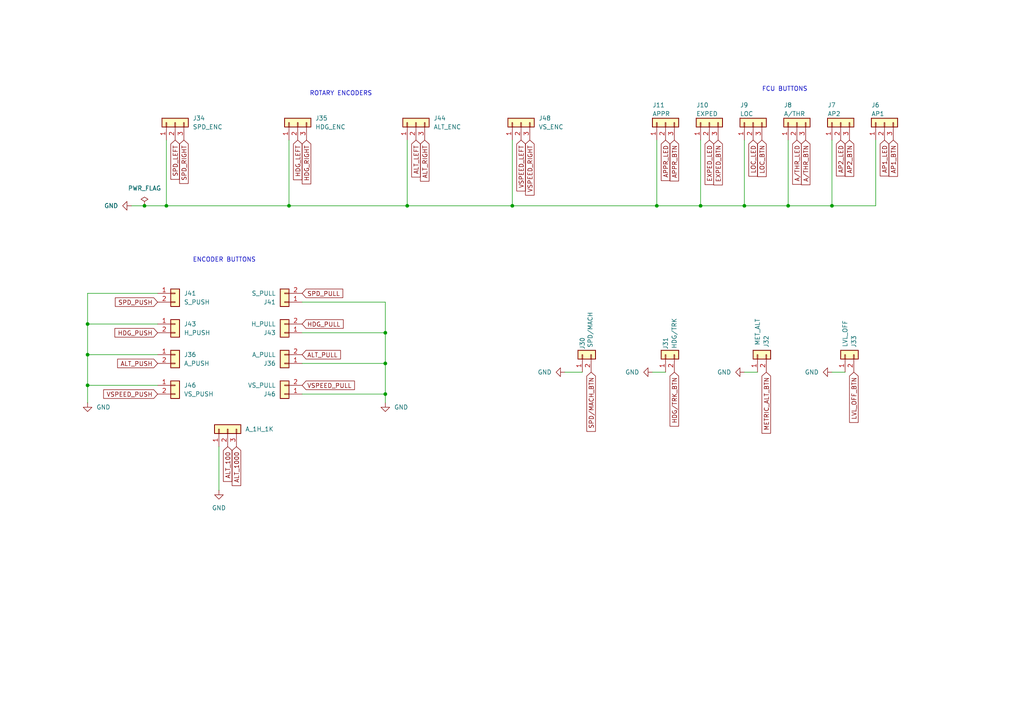
<source format=kicad_sch>
(kicad_sch (version 20231120) (generator "eeschema") (generator_version "8.0")
  (paper "A4")
  (title_block (title "FCU Mainboard schematics") (date "2024-03-05") (rev "1.0"))
  (lib_symbols
    (symbol "Connector_Generic:Conn_01x02" (pin_names (offset 1.016) hide)
      (property "Reference" "J" (at 0 2.54 0))
      (property "Value" "Conn_01x02" (at 0 -5.08 0))
      (symbol "Conn_01x02_1_1"
        (rectangle (start -1.27 -2.413) (end 0 -2.667) (stroke (width 0.1524)))
        (rectangle (start -1.27 0.127) (end 0 -0.127) (stroke (width 0.1524)))
        (rectangle (start -1.27 1.27) (end 1.27 -3.81) (stroke (width 0.254)) (fill (type background)))
        (pin passive line (at -5.08 0 0) (length 3.81) (name "Pin_1") (number "1"))
        (pin passive line (at -5.08 -2.54 0) (length 3.81) (name "Pin_2") (number "2"))
      )
    )
    (symbol "Connector_Generic:Conn_01x03" (pin_names (offset 1.016) hide)
      (property "Reference" "J" (at 0 5.08 0))
      (property "Value" "Conn_01x03" (at 0 -5.08 0))
      (symbol "Conn_01x03_1_1"
        (rectangle (start -1.27 -2.413) (end 0 -2.667) (stroke (width 0.1524)))
        (rectangle (start -1.27 0.127) (end 0 -0.127) (stroke (width 0.1524)))
        (rectangle (start -1.27 2.667) (end 0 2.413) (stroke (width 0.1524)))
        (rectangle (start -1.27 3.81) (end 1.27 -3.81) (stroke (width 0.254)) (fill (type background)))
        (pin passive line (at -5.08 2.54 0) (length 3.81) (name "Pin_1") (number "1"))
        (pin passive line (at -5.08 0 0) (length 3.81) (name "Pin_2") (number "2"))
        (pin passive line (at -5.08 -2.54 0) (length 3.81) (name "Pin_3") (number "3"))
      )
    )
    (symbol "power:GND" (power) (pin_numbers hide) (pin_names (offset 0) hide)
      (property "Value" "GND" (at 0 -3.81 0))
      (symbol "GND_0_1"
        (polyline (pts (xy 0 0) (xy 0 -1.27) (xy 1.27 -1.27) (xy 0 -2.54) (xy -1.27 -1.27) (xy 0 -1.27)))
      )
      (symbol "GND_1_1"
        (pin power_in line (at 0 0 270) (length 0) (name "~") (number "1"))
      )
    )
    (symbol "power:PWR_FLAG" (power) (pin_numbers hide) (pin_names (offset 0) hide)
      (property "Value" "PWR_FLAG" (at 0 3.81 0))
      (symbol "PWR_FLAG_0_0"
        (pin power_out line (at 0 0 90) (length 0) (name "~") (number "1"))
      )
      (symbol "PWR_FLAG_0_1"
        (polyline (pts (xy 0 0) (xy 0 1.27) (xy -1.016 1.905) (xy 0 2.54) (xy 1.016 1.905) (xy 0 1.27)))
      )
    )
  )
  (junction (at 228.6 59.69))
  (junction (at 83.82 59.69))
  (junction (at 111.76 114.3))
  (junction (at 41.91 59.69))
  (junction (at 190.5 59.69))
  (junction (at 241.3 59.69))
  (junction (at 215.9 59.69))
  (junction (at 25.4 111.76))
  (junction (at 111.76 96.52))
  (junction (at 118.11 59.69))
  (junction (at 25.4 102.87))
  (junction (at 111.76 105.41))
  (junction (at 48.26 59.69))
  (junction (at 203.2 59.69))
  (junction (at 148.59 59.69))
  (junction (at 25.4 93.98))
  (wire (pts (xy 87.63 114.3) (xy 111.76 114.3)))
  (wire (pts (xy 163.83 107.95) (xy 168.91 107.95)))
  (wire (pts (xy 83.82 59.69) (xy 118.11 59.69)))
  (wire (pts (xy 215.9 59.69) (xy 228.6 59.69)))
  (wire (pts (xy 148.59 40.64) (xy 148.59 59.69)))
  (wire (pts (xy 25.4 102.87) (xy 45.72 102.87)))
  (wire (pts (xy 228.6 40.64) (xy 228.6 59.69)))
  (wire (pts (xy 215.9 40.64) (xy 215.9 59.69)))
  (wire (pts (xy 111.76 96.52) (xy 111.76 105.41)))
  (wire (pts (xy 87.63 96.52) (xy 111.76 96.52)))
  (wire (pts (xy 45.72 85.09) (xy 25.4 85.09)))
  (wire (pts (xy 38.1 59.69) (xy 41.91 59.69)))
  (wire (pts (xy 111.76 87.63) (xy 111.76 96.52)))
  (wire (pts (xy 25.4 111.76) (xy 45.72 111.76)))
  (wire (pts (xy 83.82 40.64) (xy 83.82 59.69)))
  (wire (pts (xy 63.5 142.24) (xy 63.5 129.54)))
  (wire (pts (xy 25.4 111.76) (xy 25.4 116.84)))
  (wire (pts (xy 190.5 40.64) (xy 190.5 59.69)))
  (wire (pts (xy 215.9 107.95) (xy 219.71 107.95)))
  (wire (pts (xy 118.11 59.69) (xy 148.59 59.69)))
  (wire (pts (xy 25.4 93.98) (xy 45.72 93.98)))
  (wire (pts (xy 87.63 87.63) (xy 111.76 87.63)))
  (wire (pts (xy 241.3 40.64) (xy 241.3 59.69)))
  (wire (pts (xy 25.4 102.87) (xy 25.4 111.76)))
  (wire (pts (xy 48.26 59.69) (xy 83.82 59.69)))
  (wire (pts (xy 25.4 93.98) (xy 25.4 102.87)))
  (wire (pts (xy 189.23 107.95) (xy 193.04 107.95)))
  (wire (pts (xy 241.3 59.69) (xy 254 59.69)))
  (wire (pts (xy 203.2 59.69) (xy 215.9 59.69)))
  (wire (pts (xy 118.11 40.64) (xy 118.11 59.69)))
  (wire (pts (xy 241.3 107.95) (xy 245.11 107.95)))
  (wire (pts (xy 190.5 59.69) (xy 203.2 59.69)))
  (wire (pts (xy 87.63 105.41) (xy 111.76 105.41)))
  (wire (pts (xy 203.2 40.64) (xy 203.2 59.69)))
  (wire (pts (xy 25.4 85.09) (xy 25.4 93.98)))
  (wire (pts (xy 41.91 59.69) (xy 48.26 59.69)))
  (wire (pts (xy 254 40.64) (xy 254 59.69)))
  (wire (pts (xy 111.76 105.41) (xy 111.76 114.3)))
  (wire (pts (xy 48.26 40.64) (xy 48.26 59.69)))
  (wire (pts (xy 111.76 114.3) (xy 111.76 116.84)))
  (wire (pts (xy 228.6 59.69) (xy 241.3 59.69)))
  (wire (pts (xy 148.59 59.69) (xy 190.5 59.69)))
  (text "ROTARY ENCODERS" (at 107.95 27.94 0) (effects (font (size 1.27 1.27)) (justify right bottom)))
  (text "ENCODER BUTTONS" (at 55.88 76.2 0) (effects (font (size 1.27 1.27)) (justify left bottom)))
  (text "FCU BUTTONS" (at 220.98 26.67 0) (effects (font (size 1.27 1.27)) (justify left bottom)))
  (global_label "ALT_PULL" (shape input) (at 87.63 102.87 0) (property "Intersheetrefs" "${INTERSHEET_REFS}" (effects (hide yes))))
  (global_label "VSPEED_LEFT" (shape input) (at 151.13 40.64 270) (property "Intersheetrefs" "${INTERSHEET_REFS}" (effects (hide yes))))
  (global_label "ALT_PUSH" (shape input) (at 45.72 105.41 180) (property "Intersheetrefs" "${INTERSHEET_REFS}" (effects (hide yes))))
  (global_label "AP2_BTN" (shape input) (at 246.38 40.64 270) (property "Intersheetrefs" "${INTERSHEET_REFS}" (effects (hide yes))))
  (global_label "SPD_RIGHT" (shape input) (at 53.34 40.64 270) (property "Intersheetrefs" "${INTERSHEET_REFS}" (effects (hide yes))))
  (global_label "ALT_LEFT" (shape input) (at 120.65 40.64 270) (property "Intersheetrefs" "${INTERSHEET_REFS}" (effects (hide yes))))
  (global_label "EXPED_BTN" (shape input) (at 208.28 40.64 270) (property "Intersheetrefs" "${INTERSHEET_REFS}" (effects (hide yes))))
  (global_label "LOC_BTN" (shape input) (at 220.98 40.64 270) (property "Intersheetrefs" "${INTERSHEET_REFS}" (effects (hide yes))))
  (global_label "APPR_BTN" (shape input) (at 195.58 40.64 270) (property "Intersheetrefs" "${INTERSHEET_REFS}" (effects (hide yes))))
  (global_label "A{slash}THR_BTN" (shape input) (at 233.68 40.64 270) (property "Intersheetrefs" "${INTERSHEET_REFS}" (effects (hide yes))))
  (global_label "AP2_LED" (shape input) (at 243.84 40.64 270) (property "Intersheetrefs" "${INTERSHEET_REFS}" (effects (hide yes))))
  (global_label "HDG{slash}TRK_BTN" (shape input) (at 195.58 107.95 270) (property "Intersheetrefs" "${INTERSHEET_REFS}" (effects (hide yes))))
  (global_label "ALT_100" (shape input) (at 66.04 129.54 270) (property "Intersheetrefs" "${INTERSHEET_REFS}" (effects (hide yes))))
  (global_label "VSPEED_RIGHT" (shape input) (at 153.67 40.64 270) (property "Intersheetrefs" "${INTERSHEET_REFS}" (effects (hide yes))))
  (global_label "ALT_RIGHT" (shape input) (at 123.19 40.64 270) (property "Intersheetrefs" "${INTERSHEET_REFS}" (effects (hide yes))))
  (global_label "APPR_LED" (shape input) (at 193.04 40.64 270) (property "Intersheetrefs" "${INTERSHEET_REFS}" (effects (hide yes))))
  (global_label "SPD_LEFT" (shape input) (at 50.8 40.64 270) (property "Intersheetrefs" "${INTERSHEET_REFS}" (effects (hide yes))))
  (global_label "ALT_1000" (shape input) (at 68.58 129.54 270) (property "Intersheetrefs" "${INTERSHEET_REFS}" (effects (hide yes))))
  (global_label "LOC_LED" (shape input) (at 218.44 40.64 270) (property "Intersheetrefs" "${INTERSHEET_REFS}" (effects (hide yes))))
  (global_label "HDG_LEFT" (shape input) (at 86.36 40.64 270) (property "Intersheetrefs" "${INTERSHEET_REFS}" (effects (hide yes))))
  (global_label "SPD_PULL" (shape input) (at 87.63 85.09 0) (property "Intersheetrefs" "${INTERSHEET_REFS}" (effects (hide yes))))
  (global_label "EXPED_LED" (shape input) (at 205.74 40.64 270) (property "Intersheetrefs" "${INTERSHEET_REFS}" (effects (hide yes))))
  (global_label "SPD_PUSH" (shape input) (at 45.72 87.63 180) (property "Intersheetrefs" "${INTERSHEET_REFS}" (effects (hide yes))))
  (global_label "HDG_PUSH" (shape input) (at 45.72 96.52 180) (property "Intersheetrefs" "${INTERSHEET_REFS}" (effects (hide yes))))
  (global_label "HDG_PULL" (shape input) (at 87.63 93.98 0) (property "Intersheetrefs" "${INTERSHEET_REFS}" (effects (hide yes))))
  (global_label "A{slash}THR_LED" (shape input) (at 231.14 40.64 270) (property "Intersheetrefs" "${INTERSHEET_REFS}" (effects (hide yes))))
  (global_label "VSPEED_PULL" (shape input) (at 87.63 111.76 0) (property "Intersheetrefs" "${INTERSHEET_REFS}" (effects (hide yes))))
  (global_label "SPD{slash}MACH_BTN" (shape input) (at 171.45 107.95 270) (property "Intersheetrefs" "${INTERSHEET_REFS}" (effects (hide yes))))
  (global_label "LVL_OFF_BTN" (shape input) (at 247.65 107.95 270) (property "Intersheetrefs" "${INTERSHEET_REFS}" (effects (hide yes))))
  (global_label "METRIC_ALT_BTN" (shape input) (at 222.25 107.95 270) (property "Intersheetrefs" "${INTERSHEET_REFS}" (effects (hide yes))))
  (global_label "VSPEED_PUSH" (shape input) (at 45.72 114.3 180) (property "Intersheetrefs" "${INTERSHEET_REFS}" (effects (hide yes))))
  (global_label "AP1_BTN" (shape input) (at 259.08 40.64 270) (property "Intersheetrefs" "${INTERSHEET_REFS}" (effects (hide yes))))
  (global_label "AP1_LED" (shape input) (at 256.54 40.64 270) (property "Intersheetrefs" "${INTERSHEET_REFS}" (effects (hide yes))))
  (global_label "HDG_RIGHT" (shape input) (at 88.9 40.64 270) (property "Intersheetrefs" "${INTERSHEET_REFS}" (effects (hide yes))))
  (symbol (lib_id "power:GND") (at 215.9 107.95 270) (unit 1)
    (property "Reference" "#PWR012" (effects (hide yes)))
    (property "Value" "GND" (at 212.09 107.9499 90) (effects (justify right)))
    (property "Description" "Power symbol creates a global label with name \"GND\" , ground" (effects (hide yes)))
  )
  (symbol (lib_id "Connector_Generic:Conn_01x03") (at 151.13 35.56 90) (unit 1)
    (property "Reference" "J48" (at 156.21 34.2899 90) (effects (justify right)))
    (property "Value" "VS_ENC" (at 156.21 36.8299 90) (effects (justify right)))
    (property "Footprint" "Connector_PinHeader_2.54mm:PinHeader_1x03_P2.54mm_Vertical" (effects (hide yes)))
    (instances (project "FCU_Mainboard_v2" (path "" (reference "J48") (unit 1)) (path "" (reference "J46") (unit 1))))
  )
  (symbol (lib_id "Connector_Generic:Conn_01x03") (at 218.44 35.56 90) (unit 1)
    (property "Reference" "J9" (at 214.63 30.48 90) (effects (justify right)))
    (property "Value" "LOC" (at 214.63 33.02 90) (effects (justify right)))
    (property "Footprint" "Connector_PinHeader_2.54mm:PinHeader_1x03_P2.54mm_Vertical" (effects (hide yes)))
    (instances (project "FCU_Mainboard_v2" (path "" (reference "J9") (unit 1)) (path "" (reference "J8") (unit 1))))
  )
  (symbol (lib_id "Connector_Generic:Conn_01x03") (at 50.8 35.56 90) (unit 1)
    (property "Reference" "J34" (at 55.88 34.2899 90) (effects (justify right)))
    (property "Value" "SPD_ENC" (at 55.88 36.8299 90) (effects (justify right)))
    (property "Footprint" "Connector_PinHeader_2.54mm:PinHeader_1x03_P2.54mm_Vertical" (effects (hide yes)))
    (instances (project "FCU_Mainboard_v2" (path "" (reference "J34") (unit 1)) (path "" (reference "J41") (unit 1))))
  )
  (symbol (lib_id "Connector_Generic:Conn_01x03") (at 231.14 35.56 90) (unit 1)
    (property "Reference" "J8" (at 227.33 30.48 90) (effects (justify right)))
    (property "Value" "A/THR" (at 227.33 33.02 90) (effects (justify right)))
    (property "Footprint" "Connector_PinHeader_2.54mm:PinHeader_1x03_P2.54mm_Vertical" (effects (hide yes)))
    (instances (project "FCU_Mainboard_v2" (path "" (reference "J8") (unit 1)) (path "" (reference "J9") (unit 1))))
  )
  (symbol (lib_id "Connector_Generic:Conn_01x02") (at 219.71 102.87 90) (unit 1)
    (property "Reference" "J32" (at 222.25 99.06 0))
    (property "Value" "MET_ALT" (at 219.71 96.266 0))
    (property "Footprint" "Connector_PinHeader_2.54mm:PinHeader_1x02_P2.54mm_Vertical" (effects (hide yes)))
  )
  (symbol (lib_id "power:GND") (at 163.83 107.95 270) (unit 1)
    (property "Reference" "#PWR05" (effects (hide yes)))
    (property "Value" "GND" (at 160.02 107.9499 90) (effects (justify right)))
    (property "Description" "Power symbol creates a global label with name \"GND\" , ground" (effects (hide yes)))
  )
  (symbol (lib_id "Connector_Generic:Conn_01x02") (at 82.55 105.41 180) (unit 1)
    (property "Reference" "J36" (at 80.01 105.41 0) (effects (justify left)))
    (property "Value" "A_PULL" (at 80.01 102.87 0) (effects (justify left)))
    (property "Footprint" "Connector_PinHeader_2.54mm:PinHeader_1x02_P2.54mm_Vertical" (effects (hide yes)))
    (instances (project "FCU_Mainboard_v2" (path "" (reference "J36") (unit 1)) (path "" (reference "J71") (unit 1))))
  )
  (symbol (lib_id "power:GND") (at 241.3 107.95 270) (unit 1)
    (property "Reference" "#PWR020" (effects (hide yes)))
    (property "Value" "GND" (at 237.49 107.9499 90) (effects (justify right)))
    (property "Description" "Power symbol creates a global label with name \"GND\" , ground" (effects (hide yes)))
  )
  (symbol (lib_id "power:GND") (at 63.5 142.24 0) (unit 1)
    (property "Reference" "#PWR02" (effects (hide yes)))
    (property "Value" "GND" (at 63.5 147.32 0))
    (property "Description" "Power symbol creates a global label with name \"GND\" , ground" (effects (hide yes)))
  )
  (symbol (lib_id "power:GND") (at 189.23 107.95 270) (unit 1)
    (property "Reference" "#PWR09" (effects (hide yes)))
    (property "Value" "GND" (at 185.42 107.9499 90) (effects (justify right)))
    (property "Description" "Power symbol creates a global label with name \"GND\" , ground" (effects (hide yes)))
  )
  (symbol (lib_id "Connector_Generic:Conn_01x02") (at 168.91 102.87 90) (unit 1)
    (property "Reference" "J30" (at 168.91 97.79 0) (effects (justify right)))
    (property "Value" "SPD/MACH" (at 171.196 90.424 0) (effects (justify right)))
    (property "Footprint" "Connector_PinHeader_2.54mm:PinHeader_1x02_P2.54mm_Vertical" (effects (hide yes)))
  )
  (symbol (lib_id "power:PWR_FLAG") (at 41.91 59.69 0) (unit 1)
    (property "Reference" "#FLG02" (effects (hide yes)))
    (property "Value" "PWR_FLAG" (at 41.91 54.61 0))
    (property "Description" "Special symbol for telling ERC where power comes from" (effects (hide yes)))
  )
  (symbol (lib_id "Connector_Generic:Conn_01x03") (at 66.04 124.46 90) (unit 1)
    (property "Reference" "J45" (effects (hide yes)))
    (property "Value" "A_1H_1K" (at 71.12 124.4599 90) (effects (justify right)))
    (property "Footprint" "Connector_PinHeader_2.54mm:PinHeader_1x03_P2.54mm_Vertical" (effects (hide yes)))
  )
  (symbol (lib_id "Connector_Generic:Conn_01x02") (at 245.11 102.87 90) (unit 1)
    (property "Reference" "J33" (at 247.65 99.06 0))
    (property "Value" "LVL_OFF" (at 245.11 96.774 0))
    (property "Footprint" "Connector_PinHeader_2.54mm:PinHeader_1x02_P2.54mm_Vertical" (effects (hide yes)))
  )
  (symbol (lib_id "Connector_Generic:Conn_01x03") (at 193.04 35.56 90) (unit 1)
    (property "Reference" "J11" (at 189.23 30.48 90) (effects (justify right)))
    (property "Value" "APPR" (at 189.23 33.02 90) (effects (justify right)))
    (property "Footprint" "Connector_PinHeader_2.54mm:PinHeader_1x03_P2.54mm_Vertical" (effects (hide yes)))
    (instances (project "FCU_Mainboard_v2" (path "" (reference "J11") (unit 1)) (path "" (reference "J6") (unit 1))))
  )
  (symbol (lib_id "Connector_Generic:Conn_01x02") (at 50.8 111.76 0) (unit 1)
    (property "Reference" "J46" (at 53.34 111.7599 0) (effects (justify left)))
    (property "Value" "VS_PUSH" (at 53.34 114.2999 0) (effects (justify left)))
    (property "Footprint" "Connector_PinHeader_2.54mm:PinHeader_1x02_P2.54mm_Vertical" (effects (hide yes)))
    (instances (project "FCU_Mainboard_v2" (path "" (reference "J46") (unit 1)) (path "" (reference "J48") (unit 1))))
  )
  (symbol (lib_id "Connector_Generic:Conn_01x03") (at 86.36 35.56 90) (unit 1)
    (property "Reference" "J35" (at 91.44 34.2899 90) (effects (justify right)))
    (property "Value" "HDG_ENC" (at 91.44 36.8299 90) (effects (justify right)))
    (property "Footprint" "Connector_PinHeader_2.54mm:PinHeader_1x03_P2.54mm_Vertical" (effects (hide yes)))
  )
  (symbol (lib_id "Connector_Generic:Conn_01x03") (at 256.54 35.56 90) (unit 1)
    (property "Reference" "J6" (at 252.73 30.48 90) (effects (justify right)))
    (property "Value" "AP1" (at 252.73 33.02 90) (effects (justify right)))
    (property "Footprint" "Connector_PinHeader_2.54mm:PinHeader_1x03_P2.54mm_Vertical" (effects (hide yes)))
    (instances (project "FCU_Mainboard_v2" (path "" (reference "J6") (unit 1)) (path "" (reference "J11") (unit 1))))
  )
  (symbol (lib_id "power:GND") (at 38.1 59.69 270) (unit 1)
    (property "Reference" "#PWR01" (effects (hide yes)))
    (property "Value" "GND" (at 34.29 59.6899 90) (effects (justify right)))
    (property "Description" "Power symbol creates a global label with name \"GND\" , ground" (effects (hide yes)))
  )
  (symbol (lib_id "Connector_Generic:Conn_01x02") (at 193.04 102.87 90) (unit 1)
    (property "Reference" "J31" (at 193.04 97.79 0) (effects (justify right)))
    (property "Value" "HDG/TRK" (at 195.58 92.202 0) (effects (justify right)))
    (property "Footprint" "Connector_PinHeader_2.54mm:PinHeader_1x02_P2.54mm_Vertical" (effects (hide yes)))
  )
  (symbol (lib_id "Connector_Generic:Conn_01x02") (at 82.55 114.3 180) (unit 1)
    (property "Reference" "J46" (at 80.01 114.3 0) (effects (justify left)))
    (property "Value" "VS_PULL" (at 80.01 111.76 0) (effects (justify left)))
    (property "Footprint" "Connector_PinHeader_2.54mm:PinHeader_1x02_P2.54mm_Vertical" (effects (hide yes)))
    (instances (project "FCU_Mainboard_v2" (path "" (reference "J46") (unit 1)) (path "" (reference "J72") (unit 1))))
  )
  (symbol (lib_id "Connector_Generic:Conn_01x02") (at 50.8 102.87 0) (unit 1)
    (property "Reference" "J36" (at 53.34 102.8699 0) (effects (justify left)))
    (property "Value" "A_PUSH" (at 53.34 105.4099 0) (effects (justify left)))
    (property "Footprint" "Connector_PinHeader_2.54mm:PinHeader_1x02_P2.54mm_Vertical" (effects (hide yes)))
    (instances (project "FCU_Mainboard_v2" (path "" (reference "J36") (unit 1)) (path "" (reference "J43") (unit 1))))
  )
  (symbol (lib_id "power:GND") (at 111.76 116.84 0) (unit 1)
    (property "Reference" "#PWR08" (effects (hide yes)))
    (property "Value" "GND" (at 114.3 118.1099 0) (effects (justify left)))
    (property "Description" "Power symbol creates a global label with name \"GND\" , ground" (effects (hide yes)))
  )
  (symbol (lib_id "Connector_Generic:Conn_01x02") (at 82.55 87.63 180) (unit 1)
    (property "Reference" "J41" (at 80.01 87.63 0) (effects (justify left)))
    (property "Value" "S_PULL" (at 80.01 85.09 0) (effects (justify left)))
    (property "Footprint" "Connector_PinHeader_2.54mm:PinHeader_1x02_P2.54mm_Vertical" (effects (hide yes)))
    (instances (project "FCU_Mainboard_v2" (path "" (reference "J41") (unit 1)) (path "" (reference "J69") (unit 1))))
  )
  (symbol (lib_id "Connector_Generic:Conn_01x02") (at 50.8 93.98 0) (unit 1)
    (property "Reference" "J43" (at 53.34 93.9799 0) (effects (justify left)))
    (property "Value" "H_PUSH" (at 53.34 96.5199 0) (effects (justify left)))
    (property "Footprint" "Connector_PinHeader_2.54mm:PinHeader_1x02_P2.54mm_Vertical" (effects (hide yes)))
    (instances (project "FCU_Mainboard_v2" (path "" (reference "J43") (unit 1)) (path "" (reference "J37") (unit 1))))
  )
  (symbol (lib_id "Connector_Generic:Conn_01x03") (at 205.74 35.56 90) (unit 1)
    (property "Reference" "J10" (at 201.93 30.48 90) (effects (justify right)))
    (property "Value" "EXPED" (at 201.93 33.02 90) (effects (justify right)))
    (property "Footprint" "Connector_PinHeader_2.54mm:PinHeader_1x03_P2.54mm_Vertical" (effects (hide yes)))
    (instances (project "FCU_Mainboard_v2" (path "" (reference "J10") (unit 1)) (path "" (reference "J7") (unit 1))))
  )
  (symbol (lib_id "power:GND") (at 25.4 116.84 0) (unit 1)
    (property "Reference" "#PWR022" (effects (hide yes)))
    (property "Value" "GND" (at 27.94 118.1099 0) (effects (justify left)))
    (property "Description" "Power symbol creates a global label with name \"GND\" , ground" (effects (hide yes)))
  )
  (symbol (lib_id "Connector_Generic:Conn_01x03") (at 243.84 35.56 90) (unit 1)
    (property "Reference" "J7" (at 240.03 30.48 90) (effects (justify right)))
    (property "Value" "AP2" (at 240.03 33.02 90) (effects (justify right)))
    (property "Footprint" "Connector_PinHeader_2.54mm:PinHeader_1x03_P2.54mm_Vertical" (effects (hide yes)))
    (instances (project "FCU_Mainboard_v2" (path "" (reference "J7") (unit 1)) (path "" (reference "J10") (unit 1))))
  )
  (symbol (lib_id "Connector_Generic:Conn_01x02") (at 82.55 96.52 180) (unit 1)
    (property "Reference" "J43" (at 80.01 96.52 0) (effects (justify left)))
    (property "Value" "H_PULL" (at 80.01 93.98 0) (effects (justify left)))
    (property "Footprint" "Connector_PinHeader_2.54mm:PinHeader_1x02_P2.54mm_Vertical" (effects (hide yes)))
    (instances (project "FCU_Mainboard_v2" (path "" (reference "J43") (unit 1)) (path "" (reference "J70") (unit 1))))
  )
  (symbol (lib_id "Connector_Generic:Conn_01x02") (at 50.8 85.09 0) (unit 1)
    (property "Reference" "J41" (at 53.34 85.0899 0) (effects (justify left)))
    (property "Value" "S_PUSH" (at 53.34 87.6299 0) (effects (justify left)))
    (property "Footprint" "Connector_PinHeader_2.54mm:PinHeader_1x02_P2.54mm_Vertical" (effects (hide yes)))
    (instances (project "FCU_Mainboard_v2" (path "" (reference "J41") (unit 1)) (path "" (reference "J34") (unit 1))))
  )
  (symbol (lib_id "Connector_Generic:Conn_01x03") (at 120.65 35.56 90) (unit 1)
    (property "Reference" "J44" (at 125.73 34.2899 90) (effects (justify right)))
    (property "Value" "ALT_ENC" (at 125.73 36.8299 90) (effects (justify right)))
    (property "Footprint" "Connector_PinHeader_2.54mm:PinHeader_1x03_P2.54mm_Vertical" (effects (hide yes)))
    (instances (project "FCU_Mainboard_v2" (path "" (reference "J44") (unit 1)) (path "" (reference "J42") (unit 1))))
  )
)
</source>
